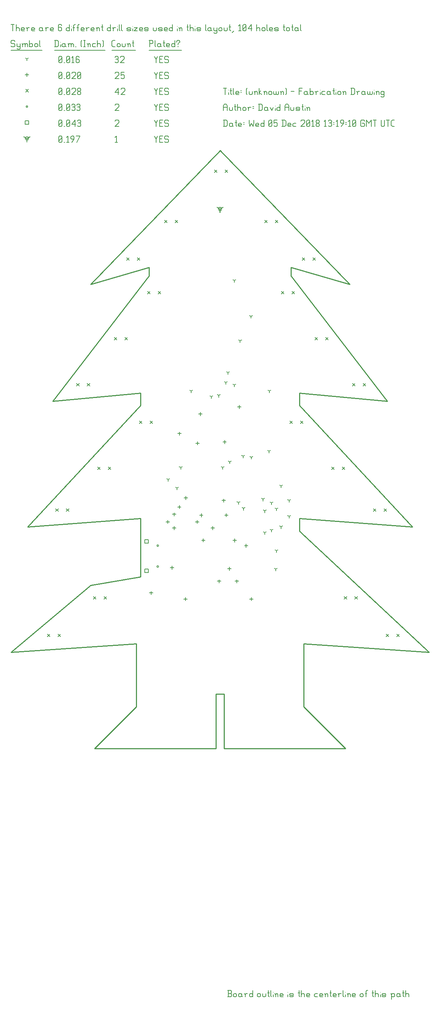
<source format=gbr>
G04 start of page 12 for group -3984 idx -3984 *
G04 Title: (unknown), fab *
G04 Creator: pcb 20140316 *
G04 CreationDate: Wed 05 Dec 2018 13:19:10 GMT UTC *
G04 For: david *
G04 Format: Gerber/RS-274X *
G04 PCB-Dimensions (mil): 5803.15 7874.02 *
G04 PCB-Coordinate-Origin: lower left *
%MOIN*%
%FSLAX25Y25*%
%LNFAB*%
%ADD100C,0.0100*%
%ADD99C,0.0075*%
%ADD98C,0.0060*%
%ADD97C,0.0001*%
%ADD96R,0.0080X0.0080*%
G54D96*X196850Y732283D02*Y729083D01*
G54D97*G36*
X196304Y732430D02*X199770Y734430D01*
X200170Y733737D01*
X196704Y731737D01*
X196304Y732430D01*
G37*
G36*
X196997Y731737D02*X193531Y733737D01*
X193930Y734430D01*
X197397Y732430D01*
X196997Y731737D01*
G37*
G54D96*X195250Y732283D02*G75*G03X198450Y732283I1600J0D01*G01*
G75*G03X195250Y732283I-1600J0D01*G01*
X15000Y798652D02*Y795452D01*
G54D97*G36*
X14454Y798798D02*X17920Y800798D01*
X18320Y800105D01*
X14853Y798105D01*
X14454Y798798D01*
G37*
G36*
X15147Y798105D02*X11680Y800105D01*
X12080Y800798D01*
X15546Y798798D01*
X15147Y798105D01*
G37*
G54D96*X13400Y798652D02*G75*G03X16600Y798652I1600J0D01*G01*
G75*G03X13400Y798652I-1600J0D01*G01*
G54D98*X135000Y800902D02*X136500Y797902D01*
X138000Y800902D01*
X136500Y797902D02*Y794902D01*
X139800Y798202D02*X142050D01*
X139800Y794902D02*X142800D01*
X139800Y800902D02*Y794902D01*
Y800902D02*X142800D01*
X147600D02*X148350Y800152D01*
X145350Y800902D02*X147600D01*
X144600Y800152D02*X145350Y800902D01*
X144600Y800152D02*Y798652D01*
X145350Y797902D01*
X147600D01*
X148350Y797152D01*
Y795652D01*
X147600Y794902D02*X148350Y795652D01*
X145350Y794902D02*X147600D01*
X144600Y795652D02*X145350Y794902D01*
X98000Y799702D02*X99200Y800902D01*
Y794902D01*
X98000D02*X100250D01*
X45000Y795652D02*X45750Y794902D01*
X45000Y800152D02*Y795652D01*
Y800152D02*X45750Y800902D01*
X47250D01*
X48000Y800152D01*
Y795652D01*
X47250Y794902D02*X48000Y795652D01*
X45750Y794902D02*X47250D01*
X45000Y796402D02*X48000Y799402D01*
X49800Y794902D02*X50550D01*
X52350Y799702D02*X53550Y800902D01*
Y794902D01*
X52350D02*X54600D01*
X57150D02*X59400Y797902D01*
Y800152D02*Y797902D01*
X58650Y800902D02*X59400Y800152D01*
X57150Y800902D02*X58650D01*
X56400Y800152D02*X57150Y800902D01*
X56400Y800152D02*Y798652D01*
X57150Y797902D01*
X59400D01*
X61950Y794902D02*X64950Y800902D01*
X61200D02*X64950D01*
X125960Y420891D02*X129160D01*
X125960D02*Y417691D01*
X129160D01*
Y420891D02*Y417691D01*
X125960Y393333D02*X129160D01*
X125960D02*Y390133D01*
X129160D01*
Y393333D02*Y390133D01*
X13400Y815252D02*X16600D01*
X13400D02*Y812052D01*
X16600D01*
Y815252D02*Y812052D01*
X135000Y815902D02*X136500Y812902D01*
X138000Y815902D01*
X136500Y812902D02*Y809902D01*
X139800Y813202D02*X142050D01*
X139800Y809902D02*X142800D01*
X139800Y815902D02*Y809902D01*
Y815902D02*X142800D01*
X147600D02*X148350Y815152D01*
X145350Y815902D02*X147600D01*
X144600Y815152D02*X145350Y815902D01*
X144600Y815152D02*Y813652D01*
X145350Y812902D01*
X147600D01*
X148350Y812152D01*
Y810652D01*
X147600Y809902D02*X148350Y810652D01*
X145350Y809902D02*X147600D01*
X144600Y810652D02*X145350Y809902D01*
X98000Y815152D02*X98750Y815902D01*
X101000D01*
X101750Y815152D01*
Y813652D01*
X98000Y809902D02*X101750Y813652D01*
X98000Y809902D02*X101750D01*
X45000Y810652D02*X45750Y809902D01*
X45000Y815152D02*Y810652D01*
Y815152D02*X45750Y815902D01*
X47250D01*
X48000Y815152D01*
Y810652D01*
X47250Y809902D02*X48000Y810652D01*
X45750Y809902D02*X47250D01*
X45000Y811402D02*X48000Y814402D01*
X49800Y809902D02*X50550D01*
X52350Y810652D02*X53100Y809902D01*
X52350Y815152D02*Y810652D01*
Y815152D02*X53100Y815902D01*
X54600D01*
X55350Y815152D01*
Y810652D01*
X54600Y809902D02*X55350Y810652D01*
X53100Y809902D02*X54600D01*
X52350Y811402D02*X55350Y814402D01*
X57150Y812152D02*X60150Y815902D01*
X57150Y812152D02*X60900D01*
X60150Y815902D02*Y809902D01*
X62700Y815152D02*X63450Y815902D01*
X64950D01*
X65700Y815152D01*
X64950Y809902D02*X65700Y810652D01*
X63450Y809902D02*X64950D01*
X62700Y810652D02*X63450Y809902D01*
Y813202D02*X64950D01*
X65700Y815152D02*Y813952D01*
Y812452D02*Y810652D01*
Y812452D02*X64950Y813202D01*
X65700Y813952D02*X64950Y813202D01*
X137389Y415354D02*G75*G03X138989Y415354I800J0D01*G01*
G75*G03X137389Y415354I-800J0D01*G01*
Y395670D02*G75*G03X138989Y395670I800J0D01*G01*
G75*G03X137389Y395670I-800J0D01*G01*
X14200Y828652D02*G75*G03X15800Y828652I800J0D01*G01*
G75*G03X14200Y828652I-800J0D01*G01*
X135000Y830902D02*X136500Y827902D01*
X138000Y830902D01*
X136500Y827902D02*Y824902D01*
X139800Y828202D02*X142050D01*
X139800Y824902D02*X142800D01*
X139800Y830902D02*Y824902D01*
Y830902D02*X142800D01*
X147600D02*X148350Y830152D01*
X145350Y830902D02*X147600D01*
X144600Y830152D02*X145350Y830902D01*
X144600Y830152D02*Y828652D01*
X145350Y827902D01*
X147600D01*
X148350Y827152D01*
Y825652D01*
X147600Y824902D02*X148350Y825652D01*
X145350Y824902D02*X147600D01*
X144600Y825652D02*X145350Y824902D01*
X98000Y830152D02*X98750Y830902D01*
X101000D01*
X101750Y830152D01*
Y828652D01*
X98000Y824902D02*X101750Y828652D01*
X98000Y824902D02*X101750D01*
X45000Y825652D02*X45750Y824902D01*
X45000Y830152D02*Y825652D01*
Y830152D02*X45750Y830902D01*
X47250D01*
X48000Y830152D01*
Y825652D01*
X47250Y824902D02*X48000Y825652D01*
X45750Y824902D02*X47250D01*
X45000Y826402D02*X48000Y829402D01*
X49800Y824902D02*X50550D01*
X52350Y825652D02*X53100Y824902D01*
X52350Y830152D02*Y825652D01*
Y830152D02*X53100Y830902D01*
X54600D01*
X55350Y830152D01*
Y825652D01*
X54600Y824902D02*X55350Y825652D01*
X53100Y824902D02*X54600D01*
X52350Y826402D02*X55350Y829402D01*
X57150Y830152D02*X57900Y830902D01*
X59400D01*
X60150Y830152D01*
X59400Y824902D02*X60150Y825652D01*
X57900Y824902D02*X59400D01*
X57150Y825652D02*X57900Y824902D01*
Y828202D02*X59400D01*
X60150Y830152D02*Y828952D01*
Y827452D02*Y825652D01*
Y827452D02*X59400Y828202D01*
X60150Y828952D02*X59400Y828202D01*
X61950Y830152D02*X62700Y830902D01*
X64200D01*
X64950Y830152D01*
X64200Y824902D02*X64950Y825652D01*
X62700Y824902D02*X64200D01*
X61950Y825652D02*X62700Y824902D01*
Y828202D02*X64200D01*
X64950Y830152D02*Y828952D01*
Y827452D02*Y825652D01*
Y827452D02*X64200Y828202D01*
X64950Y828952D02*X64200Y828202D01*
X353131Y331909D02*X355531Y329509D01*
X353131D02*X355531Y331909D01*
X363131D02*X365531Y329509D01*
X363131D02*X365531Y331909D01*
X313761Y367342D02*X316161Y364942D01*
X313761D02*X316161Y367342D01*
X323761D02*X326161Y364942D01*
X323761D02*X326161Y367342D01*
X34233Y331909D02*X36633Y329509D01*
X34233D02*X36633Y331909D01*
X44233D02*X46633Y329509D01*
X44233D02*X46633Y331909D01*
X77540Y367342D02*X79940Y364942D01*
X77540D02*X79940Y367342D01*
X87540D02*X89940Y364942D01*
X87540D02*X89940Y367342D01*
X42107Y450019D02*X44507Y447619D01*
X42107D02*X44507Y450019D01*
X52107D02*X54507Y447619D01*
X52107D02*X54507Y450019D01*
X341320D02*X343720Y447619D01*
X341320D02*X343720Y450019D01*
X351320D02*X353720Y447619D01*
X351320D02*X353720Y450019D01*
X301950Y489389D02*X304350Y486989D01*
X301950D02*X304350Y489389D01*
X311950D02*X314350Y486989D01*
X311950D02*X314350Y489389D01*
X262580Y532696D02*X264980Y530296D01*
X262580D02*X264980Y532696D01*
X272580D02*X274980Y530296D01*
X272580D02*X274980Y532696D01*
X81477Y489389D02*X83877Y486989D01*
X81477D02*X83877Y489389D01*
X91477D02*X93877Y486989D01*
X91477D02*X93877Y489389D01*
X120847Y532696D02*X123247Y530296D01*
X120847D02*X123247Y532696D01*
X130847D02*X133247Y530296D01*
X130847D02*X133247Y532696D01*
X61792Y568129D02*X64192Y565729D01*
X61792D02*X64192Y568129D01*
X71792D02*X74192Y565729D01*
X71792D02*X74192Y568129D01*
X321635D02*X324035Y565729D01*
X321635D02*X324035Y568129D01*
X331635D02*X334035Y565729D01*
X331635D02*X334035Y568129D01*
X286202Y611436D02*X288602Y609036D01*
X286202D02*X288602Y611436D01*
X296202D02*X298602Y609036D01*
X296202D02*X298602Y611436D01*
X254706Y654743D02*X257106Y652343D01*
X254706D02*X257106Y654743D01*
X264706D02*X267106Y652343D01*
X264706D02*X267106Y654743D01*
X97225Y611436D02*X99625Y609036D01*
X97225D02*X99625Y611436D01*
X107225D02*X109625Y609036D01*
X107225D02*X109625Y611436D01*
X128721Y654743D02*X131121Y652343D01*
X128721D02*X131121Y654743D01*
X138721D02*X141121Y652343D01*
X138721D02*X141121Y654743D01*
X109036Y686239D02*X111436Y683839D01*
X109036D02*X111436Y686239D01*
X119036D02*X121436Y683839D01*
X119036D02*X121436Y686239D01*
X274391D02*X276791Y683839D01*
X274391D02*X276791Y686239D01*
X284391D02*X286791Y683839D01*
X284391D02*X286791Y686239D01*
X238957Y721672D02*X241357Y719272D01*
X238957D02*X241357Y721672D01*
X248957D02*X251357Y719272D01*
X248957D02*X251357Y721672D01*
X191713Y768917D02*X194113Y766517D01*
X191713D02*X194113Y768917D01*
X201713D02*X204113Y766517D01*
X201713D02*X204113Y768917D01*
X144469Y721672D02*X146869Y719272D01*
X144469D02*X146869Y721672D01*
X154469D02*X156869Y719272D01*
X154469D02*X156869Y721672D01*
X13800Y844852D02*X16200Y842452D01*
X13800D02*X16200Y844852D01*
X135000Y845902D02*X136500Y842902D01*
X138000Y845902D01*
X136500Y842902D02*Y839902D01*
X139800Y843202D02*X142050D01*
X139800Y839902D02*X142800D01*
X139800Y845902D02*Y839902D01*
Y845902D02*X142800D01*
X147600D02*X148350Y845152D01*
X145350Y845902D02*X147600D01*
X144600Y845152D02*X145350Y845902D01*
X144600Y845152D02*Y843652D01*
X145350Y842902D01*
X147600D01*
X148350Y842152D01*
Y840652D01*
X147600Y839902D02*X148350Y840652D01*
X145350Y839902D02*X147600D01*
X144600Y840652D02*X145350Y839902D01*
X98000Y842152D02*X101000Y845902D01*
X98000Y842152D02*X101750D01*
X101000Y845902D02*Y839902D01*
X103550Y845152D02*X104300Y845902D01*
X106550D01*
X107300Y845152D01*
Y843652D01*
X103550Y839902D02*X107300Y843652D01*
X103550Y839902D02*X107300D01*
X45000Y840652D02*X45750Y839902D01*
X45000Y845152D02*Y840652D01*
Y845152D02*X45750Y845902D01*
X47250D01*
X48000Y845152D01*
Y840652D01*
X47250Y839902D02*X48000Y840652D01*
X45750Y839902D02*X47250D01*
X45000Y841402D02*X48000Y844402D01*
X49800Y839902D02*X50550D01*
X52350Y840652D02*X53100Y839902D01*
X52350Y845152D02*Y840652D01*
Y845152D02*X53100Y845902D01*
X54600D01*
X55350Y845152D01*
Y840652D01*
X54600Y839902D02*X55350Y840652D01*
X53100Y839902D02*X54600D01*
X52350Y841402D02*X55350Y844402D01*
X57150Y845152D02*X57900Y845902D01*
X60150D01*
X60900Y845152D01*
Y843652D01*
X57150Y839902D02*X60900Y843652D01*
X57150Y839902D02*X60900D01*
X62700Y840652D02*X63450Y839902D01*
X62700Y841852D02*Y840652D01*
Y841852D02*X63750Y842902D01*
X64650D01*
X65700Y841852D01*
Y840652D01*
X64950Y839902D02*X65700Y840652D01*
X63450Y839902D02*X64950D01*
X62700Y843952D02*X63750Y842902D01*
X62700Y845152D02*Y843952D01*
Y845152D02*X63450Y845902D01*
X64950D01*
X65700Y845152D01*
Y843952D01*
X64650Y842902D02*X65700Y843952D01*
X202756Y445694D02*Y442494D01*
X201156Y444094D02*X204356D01*
X147638Y439395D02*Y436195D01*
X146038Y437795D02*X149238D01*
X175197Y439395D02*Y436195D01*
X173597Y437795D02*X176797D01*
X200394Y459474D02*Y456274D01*
X198794Y457874D02*X201994D01*
X181102Y422072D02*Y418872D01*
X179502Y420472D02*X182702D01*
X164567Y461836D02*Y458636D01*
X162967Y460236D02*X166167D01*
X175591Y513411D02*Y510211D01*
X173991Y511811D02*X177191D01*
X178346Y540970D02*Y537770D01*
X176746Y539370D02*X179946D01*
X214961Y547663D02*Y544463D01*
X213361Y546063D02*X216561D01*
X131890Y372466D02*Y369266D01*
X130290Y370866D02*X133490D01*
X158661Y522466D02*Y519266D01*
X157061Y520866D02*X160261D01*
X201181Y514592D02*Y511392D01*
X199581Y512992D02*X202781D01*
X164370Y366757D02*Y363557D01*
X162770Y365157D02*X165970D01*
X226378Y366757D02*Y363557D01*
X224778Y365157D02*X227978D01*
X151575Y396285D02*Y393085D01*
X149975Y394685D02*X153175D01*
X153543Y433687D02*Y430487D01*
X151943Y432087D02*X155143D01*
X153543Y446482D02*Y443282D01*
X151943Y444882D02*X155143D01*
X158465Y453372D02*Y450172D01*
X156865Y451772D02*X160065D01*
X179134Y445498D02*Y442298D01*
X177534Y443898D02*X180734D01*
X189961Y433687D02*Y430487D01*
X188361Y432087D02*X191561D01*
X210630Y421876D02*Y418676D01*
X209030Y420276D02*X212230D01*
X221457Y416954D02*Y413754D01*
X219857Y415354D02*X223057D01*
X195866Y383490D02*Y380290D01*
X194266Y381890D02*X197466D01*
X205709Y395301D02*Y392101D01*
X204109Y393701D02*X207309D01*
X212598Y383490D02*Y380290D01*
X210998Y381890D02*X214198D01*
X15000Y860252D02*Y857052D01*
X13400Y858652D02*X16600D01*
X135000Y860902D02*X136500Y857902D01*
X138000Y860902D01*
X136500Y857902D02*Y854902D01*
X139800Y858202D02*X142050D01*
X139800Y854902D02*X142800D01*
X139800Y860902D02*Y854902D01*
Y860902D02*X142800D01*
X147600D02*X148350Y860152D01*
X145350Y860902D02*X147600D01*
X144600Y860152D02*X145350Y860902D01*
X144600Y860152D02*Y858652D01*
X145350Y857902D01*
X147600D01*
X148350Y857152D01*
Y855652D01*
X147600Y854902D02*X148350Y855652D01*
X145350Y854902D02*X147600D01*
X144600Y855652D02*X145350Y854902D01*
X98000Y860152D02*X98750Y860902D01*
X101000D01*
X101750Y860152D01*
Y858652D01*
X98000Y854902D02*X101750Y858652D01*
X98000Y854902D02*X101750D01*
X103550Y860902D02*X106550D01*
X103550D02*Y857902D01*
X104300Y858652D01*
X105800D01*
X106550Y857902D01*
Y855652D01*
X105800Y854902D02*X106550Y855652D01*
X104300Y854902D02*X105800D01*
X103550Y855652D02*X104300Y854902D01*
X45000Y855652D02*X45750Y854902D01*
X45000Y860152D02*Y855652D01*
Y860152D02*X45750Y860902D01*
X47250D01*
X48000Y860152D01*
Y855652D01*
X47250Y854902D02*X48000Y855652D01*
X45750Y854902D02*X47250D01*
X45000Y856402D02*X48000Y859402D01*
X49800Y854902D02*X50550D01*
X52350Y855652D02*X53100Y854902D01*
X52350Y860152D02*Y855652D01*
Y860152D02*X53100Y860902D01*
X54600D01*
X55350Y860152D01*
Y855652D01*
X54600Y854902D02*X55350Y855652D01*
X53100Y854902D02*X54600D01*
X52350Y856402D02*X55350Y859402D01*
X57150Y860152D02*X57900Y860902D01*
X60150D01*
X60900Y860152D01*
Y858652D01*
X57150Y854902D02*X60900Y858652D01*
X57150Y854902D02*X60900D01*
X62700Y855652D02*X63450Y854902D01*
X62700Y860152D02*Y855652D01*
Y860152D02*X63450Y860902D01*
X64950D01*
X65700Y860152D01*
Y855652D01*
X64950Y854902D02*X65700Y855652D01*
X63450Y854902D02*X64950D01*
X62700Y856402D02*X65700Y859402D01*
X199213Y488976D02*Y487376D01*
Y488976D02*X200599Y489776D01*
X199213Y488976D02*X197826Y489776D01*
X159843Y488976D02*Y487376D01*
Y488976D02*X161229Y489776D01*
X159843Y488976D02*X158456Y489776D01*
X148031Y477559D02*Y475959D01*
Y477559D02*X149418Y478359D01*
X148031Y477559D02*X146645Y478359D01*
X214173Y455906D02*Y454306D01*
Y455906D02*X215560Y456706D01*
X214173Y455906D02*X212787Y456706D01*
X156299Y469685D02*Y468085D01*
Y469685D02*X157686Y470485D01*
X156299Y469685D02*X154913Y470485D01*
X218898Y450394D02*Y448794D01*
Y450394D02*X220284Y451194D01*
X218898Y450394D02*X217511Y451194D01*
X238976Y427559D02*Y425959D01*
Y427559D02*X240363Y428359D01*
X238976Y427559D02*X237590Y428359D01*
X238976Y448031D02*Y446431D01*
Y448031D02*X240363Y448831D01*
X238976Y448031D02*X237590Y448831D01*
X245276Y429921D02*Y428321D01*
Y429921D02*X246662Y430721D01*
X245276Y429921D02*X243889Y430721D01*
X245276Y455512D02*Y453912D01*
Y455512D02*X246662Y456312D01*
X245276Y455512D02*X243889Y456312D01*
X254331Y433071D02*Y431471D01*
Y433071D02*X255717Y433871D01*
X254331Y433071D02*X252944Y433871D01*
X261811Y442913D02*Y441313D01*
Y442913D02*X263198Y443713D01*
X261811Y442913D02*X260424Y443713D01*
X261811Y457874D02*Y456274D01*
Y457874D02*X263198Y458674D01*
X261811Y457874D02*X260424Y458674D01*
X250000Y450000D02*Y448400D01*
Y450000D02*X251387Y450800D01*
X250000Y450000D02*X248613Y450800D01*
X250000Y410630D02*Y409030D01*
Y410630D02*X251387Y411430D01*
X250000Y410630D02*X248613Y411430D01*
X249213Y393307D02*Y391707D01*
Y393307D02*X250599Y394107D01*
X249213Y393307D02*X247826Y394107D01*
X237402Y459055D02*Y457455D01*
Y459055D02*X238788Y459855D01*
X237402Y459055D02*X236015Y459855D01*
X169685Y561024D02*Y559424D01*
Y561024D02*X171072Y561824D01*
X169685Y561024D02*X168298Y561824D01*
X243307Y561024D02*Y559424D01*
Y561024D02*X244694Y561824D01*
X243307Y561024D02*X241920Y561824D01*
X205906Y494094D02*Y492494D01*
Y494094D02*X207292Y494894D01*
X205906Y494094D02*X204519Y494894D01*
X242913Y504331D02*Y502731D01*
Y504331D02*X244300Y505131D01*
X242913Y504331D02*X241527Y505131D01*
X218504Y499606D02*Y498006D01*
Y499606D02*X219891Y500406D01*
X218504Y499606D02*X217117Y500406D01*
X188583Y555512D02*Y553912D01*
Y555512D02*X189969Y556312D01*
X188583Y555512D02*X187196Y556312D01*
X195669Y556693D02*Y555093D01*
Y556693D02*X197056Y557493D01*
X195669Y556693D02*X194283Y557493D01*
X226378Y498425D02*Y496825D01*
Y498425D02*X227765Y499225D01*
X226378Y498425D02*X224991Y499225D01*
X204331Y578346D02*Y576746D01*
Y578346D02*X205717Y579146D01*
X204331Y578346D02*X202944Y579146D01*
X210236Y664961D02*Y663361D01*
Y664961D02*X211623Y665761D01*
X210236Y664961D02*X208850Y665761D01*
X210236Y566535D02*Y564935D01*
Y566535D02*X211623Y567335D01*
X210236Y566535D02*X208850Y567335D01*
X225984Y631102D02*Y629502D01*
Y631102D02*X227371Y631902D01*
X225984Y631102D02*X224598Y631902D01*
X202362Y568898D02*Y567298D01*
Y568898D02*X203749Y569698D01*
X202362Y568898D02*X200976Y569698D01*
X215748Y608268D02*Y606668D01*
Y608268D02*X217135Y609068D01*
X215748Y608268D02*X214361Y609068D01*
X254331Y471654D02*Y470054D01*
Y471654D02*X255717Y472454D01*
X254331Y471654D02*X252944Y472454D01*
X15000Y873652D02*Y872052D01*
Y873652D02*X16387Y874452D01*
X15000Y873652D02*X13613Y874452D01*
X135000Y875902D02*X136500Y872902D01*
X138000Y875902D01*
X136500Y872902D02*Y869902D01*
X139800Y873202D02*X142050D01*
X139800Y869902D02*X142800D01*
X139800Y875902D02*Y869902D01*
Y875902D02*X142800D01*
X147600D02*X148350Y875152D01*
X145350Y875902D02*X147600D01*
X144600Y875152D02*X145350Y875902D01*
X144600Y875152D02*Y873652D01*
X145350Y872902D01*
X147600D01*
X148350Y872152D01*
Y870652D01*
X147600Y869902D02*X148350Y870652D01*
X145350Y869902D02*X147600D01*
X144600Y870652D02*X145350Y869902D01*
X98000Y875152D02*X98750Y875902D01*
X100250D01*
X101000Y875152D01*
X100250Y869902D02*X101000Y870652D01*
X98750Y869902D02*X100250D01*
X98000Y870652D02*X98750Y869902D01*
Y873202D02*X100250D01*
X101000Y875152D02*Y873952D01*
Y872452D02*Y870652D01*
Y872452D02*X100250Y873202D01*
X101000Y873952D02*X100250Y873202D01*
X102800Y875152D02*X103550Y875902D01*
X105800D01*
X106550Y875152D01*
Y873652D01*
X102800Y869902D02*X106550Y873652D01*
X102800Y869902D02*X106550D01*
X45000Y870652D02*X45750Y869902D01*
X45000Y875152D02*Y870652D01*
Y875152D02*X45750Y875902D01*
X47250D01*
X48000Y875152D01*
Y870652D01*
X47250Y869902D02*X48000Y870652D01*
X45750Y869902D02*X47250D01*
X45000Y871402D02*X48000Y874402D01*
X49800Y869902D02*X50550D01*
X52350Y870652D02*X53100Y869902D01*
X52350Y875152D02*Y870652D01*
Y875152D02*X53100Y875902D01*
X54600D01*
X55350Y875152D01*
Y870652D01*
X54600Y869902D02*X55350Y870652D01*
X53100Y869902D02*X54600D01*
X52350Y871402D02*X55350Y874402D01*
X57150Y874702D02*X58350Y875902D01*
Y869902D01*
X57150D02*X59400D01*
X63450Y875902D02*X64200Y875152D01*
X61950Y875902D02*X63450D01*
X61200Y875152D02*X61950Y875902D01*
X61200Y875152D02*Y870652D01*
X61950Y869902D01*
X63450Y873202D02*X64200Y872452D01*
X61200Y873202D02*X63450D01*
X61950Y869902D02*X63450D01*
X64200Y870652D01*
Y872452D02*Y870652D01*
X3000Y890902D02*X3750Y890152D01*
X750Y890902D02*X3000D01*
X0Y890152D02*X750Y890902D01*
X0Y890152D02*Y888652D01*
X750Y887902D01*
X3000D01*
X3750Y887152D01*
Y885652D01*
X3000Y884902D02*X3750Y885652D01*
X750Y884902D02*X3000D01*
X0Y885652D02*X750Y884902D01*
X5550Y887902D02*Y885652D01*
X6300Y884902D01*
X8550Y887902D02*Y883402D01*
X7800Y882652D02*X8550Y883402D01*
X6300Y882652D02*X7800D01*
X5550Y883402D02*X6300Y882652D01*
Y884902D02*X7800D01*
X8550Y885652D01*
X11100Y887152D02*Y884902D01*
Y887152D02*X11850Y887902D01*
X12600D01*
X13350Y887152D01*
Y884902D01*
Y887152D02*X14100Y887902D01*
X14850D01*
X15600Y887152D01*
Y884902D01*
X10350Y887902D02*X11100Y887152D01*
X17400Y890902D02*Y884902D01*
Y885652D02*X18150Y884902D01*
X19650D01*
X20400Y885652D01*
Y887152D02*Y885652D01*
X19650Y887902D02*X20400Y887152D01*
X18150Y887902D02*X19650D01*
X17400Y887152D02*X18150Y887902D01*
X22200Y887152D02*Y885652D01*
Y887152D02*X22950Y887902D01*
X24450D01*
X25200Y887152D01*
Y885652D01*
X24450Y884902D02*X25200Y885652D01*
X22950Y884902D02*X24450D01*
X22200Y885652D02*X22950Y884902D01*
X27000Y890902D02*Y885652D01*
X27750Y884902D01*
X0Y881652D02*X29250D01*
X41750Y890902D02*Y884902D01*
X43700Y890902D02*X44750Y889852D01*
Y885952D01*
X43700Y884902D02*X44750Y885952D01*
X41000Y884902D02*X43700D01*
X41000Y890902D02*X43700D01*
G54D99*X46550Y889402D02*Y889252D01*
G54D98*Y887152D02*Y884902D01*
X50300Y887902D02*X51050Y887152D01*
X48800Y887902D02*X50300D01*
X48050Y887152D02*X48800Y887902D01*
X48050Y887152D02*Y885652D01*
X48800Y884902D01*
X51050Y887902D02*Y885652D01*
X51800Y884902D01*
X48800D02*X50300D01*
X51050Y885652D01*
X54350Y887152D02*Y884902D01*
Y887152D02*X55100Y887902D01*
X55850D01*
X56600Y887152D01*
Y884902D01*
Y887152D02*X57350Y887902D01*
X58100D01*
X58850Y887152D01*
Y884902D01*
X53600Y887902D02*X54350Y887152D01*
X60650Y884902D02*X61400D01*
X65900Y885652D02*X66650Y884902D01*
X65900Y890152D02*X66650Y890902D01*
X65900Y890152D02*Y885652D01*
X68450Y890902D02*X69950D01*
X69200D02*Y884902D01*
X68450D02*X69950D01*
X72500Y887152D02*Y884902D01*
Y887152D02*X73250Y887902D01*
X74000D01*
X74750Y887152D01*
Y884902D01*
X71750Y887902D02*X72500Y887152D01*
X77300Y887902D02*X79550D01*
X76550Y887152D02*X77300Y887902D01*
X76550Y887152D02*Y885652D01*
X77300Y884902D01*
X79550D01*
X81350Y890902D02*Y884902D01*
Y887152D02*X82100Y887902D01*
X83600D01*
X84350Y887152D01*
Y884902D01*
X86150Y890902D02*X86900Y890152D01*
Y885652D01*
X86150Y884902D02*X86900Y885652D01*
X41000Y881652D02*X88700D01*
X96050Y884902D02*X98000D01*
X95000Y885952D02*X96050Y884902D01*
X95000Y889852D02*Y885952D01*
Y889852D02*X96050Y890902D01*
X98000D01*
X99800Y887152D02*Y885652D01*
Y887152D02*X100550Y887902D01*
X102050D01*
X102800Y887152D01*
Y885652D01*
X102050Y884902D02*X102800Y885652D01*
X100550Y884902D02*X102050D01*
X99800Y885652D02*X100550Y884902D01*
X104600Y887902D02*Y885652D01*
X105350Y884902D01*
X106850D01*
X107600Y885652D01*
Y887902D02*Y885652D01*
X110150Y887152D02*Y884902D01*
Y887152D02*X110900Y887902D01*
X111650D01*
X112400Y887152D01*
Y884902D01*
X109400Y887902D02*X110150Y887152D01*
X114950Y890902D02*Y885652D01*
X115700Y884902D01*
X114200Y888652D02*X115700D01*
X95000Y881652D02*X117200D01*
X130750Y890902D02*Y884902D01*
X130000Y890902D02*X133000D01*
X133750Y890152D01*
Y888652D01*
X133000Y887902D02*X133750Y888652D01*
X130750Y887902D02*X133000D01*
X135550Y890902D02*Y885652D01*
X136300Y884902D01*
X140050Y887902D02*X140800Y887152D01*
X138550Y887902D02*X140050D01*
X137800Y887152D02*X138550Y887902D01*
X137800Y887152D02*Y885652D01*
X138550Y884902D01*
X140800Y887902D02*Y885652D01*
X141550Y884902D01*
X138550D02*X140050D01*
X140800Y885652D01*
X144100Y890902D02*Y885652D01*
X144850Y884902D01*
X143350Y888652D02*X144850D01*
X147100Y884902D02*X149350D01*
X146350Y885652D02*X147100Y884902D01*
X146350Y887152D02*Y885652D01*
Y887152D02*X147100Y887902D01*
X148600D01*
X149350Y887152D01*
X146350Y886402D02*X149350D01*
Y887152D02*Y886402D01*
X154150Y890902D02*Y884902D01*
X153400D02*X154150Y885652D01*
X151900Y884902D02*X153400D01*
X151150Y885652D02*X151900Y884902D01*
X151150Y887152D02*Y885652D01*
Y887152D02*X151900Y887902D01*
X153400D01*
X154150Y887152D01*
X157450Y887902D02*Y887152D01*
Y885652D02*Y884902D01*
X155950Y890152D02*Y889402D01*
Y890152D02*X156700Y890902D01*
X158200D01*
X158950Y890152D01*
Y889402D01*
X157450Y887902D02*X158950Y889402D01*
X130000Y881652D02*X160750D01*
X0Y905902D02*X3000D01*
X1500D02*Y899902D01*
X4800Y905902D02*Y899902D01*
Y902152D02*X5550Y902902D01*
X7050D01*
X7800Y902152D01*
Y899902D01*
X10350D02*X12600D01*
X9600Y900652D02*X10350Y899902D01*
X9600Y902152D02*Y900652D01*
Y902152D02*X10350Y902902D01*
X11850D01*
X12600Y902152D01*
X9600Y901402D02*X12600D01*
Y902152D02*Y901402D01*
X15150Y902152D02*Y899902D01*
Y902152D02*X15900Y902902D01*
X17400D01*
X14400D02*X15150Y902152D01*
X19950Y899902D02*X22200D01*
X19200Y900652D02*X19950Y899902D01*
X19200Y902152D02*Y900652D01*
Y902152D02*X19950Y902902D01*
X21450D01*
X22200Y902152D01*
X19200Y901402D02*X22200D01*
Y902152D02*Y901402D01*
X28950Y902902D02*X29700Y902152D01*
X27450Y902902D02*X28950D01*
X26700Y902152D02*X27450Y902902D01*
X26700Y902152D02*Y900652D01*
X27450Y899902D01*
X29700Y902902D02*Y900652D01*
X30450Y899902D01*
X27450D02*X28950D01*
X29700Y900652D01*
X33000Y902152D02*Y899902D01*
Y902152D02*X33750Y902902D01*
X35250D01*
X32250D02*X33000Y902152D01*
X37800Y899902D02*X40050D01*
X37050Y900652D02*X37800Y899902D01*
X37050Y902152D02*Y900652D01*
Y902152D02*X37800Y902902D01*
X39300D01*
X40050Y902152D01*
X37050Y901402D02*X40050D01*
Y902152D02*Y901402D01*
X46800Y905902D02*X47550Y905152D01*
X45300Y905902D02*X46800D01*
X44550Y905152D02*X45300Y905902D01*
X44550Y905152D02*Y900652D01*
X45300Y899902D01*
X46800Y903202D02*X47550Y902452D01*
X44550Y903202D02*X46800D01*
X45300Y899902D02*X46800D01*
X47550Y900652D01*
Y902452D02*Y900652D01*
X55050Y905902D02*Y899902D01*
X54300D02*X55050Y900652D01*
X52800Y899902D02*X54300D01*
X52050Y900652D02*X52800Y899902D01*
X52050Y902152D02*Y900652D01*
Y902152D02*X52800Y902902D01*
X54300D01*
X55050Y902152D01*
G54D99*X56850Y904402D02*Y904252D01*
G54D98*Y902152D02*Y899902D01*
X59100Y905152D02*Y899902D01*
Y905152D02*X59850Y905902D01*
X60600D01*
X58350Y902902D02*X59850D01*
X62850Y905152D02*Y899902D01*
Y905152D02*X63600Y905902D01*
X64350D01*
X62100Y902902D02*X63600D01*
X66600Y899902D02*X68850D01*
X65850Y900652D02*X66600Y899902D01*
X65850Y902152D02*Y900652D01*
Y902152D02*X66600Y902902D01*
X68100D01*
X68850Y902152D01*
X65850Y901402D02*X68850D01*
Y902152D02*Y901402D01*
X71400Y902152D02*Y899902D01*
Y902152D02*X72150Y902902D01*
X73650D01*
X70650D02*X71400Y902152D01*
X76200Y899902D02*X78450D01*
X75450Y900652D02*X76200Y899902D01*
X75450Y902152D02*Y900652D01*
Y902152D02*X76200Y902902D01*
X77700D01*
X78450Y902152D01*
X75450Y901402D02*X78450D01*
Y902152D02*Y901402D01*
X81000Y902152D02*Y899902D01*
Y902152D02*X81750Y902902D01*
X82500D01*
X83250Y902152D01*
Y899902D01*
X80250Y902902D02*X81000Y902152D01*
X85800Y905902D02*Y900652D01*
X86550Y899902D01*
X85050Y903652D02*X86550D01*
X93750Y905902D02*Y899902D01*
X93000D02*X93750Y900652D01*
X91500Y899902D02*X93000D01*
X90750Y900652D02*X91500Y899902D01*
X90750Y902152D02*Y900652D01*
Y902152D02*X91500Y902902D01*
X93000D01*
X93750Y902152D01*
X96300D02*Y899902D01*
Y902152D02*X97050Y902902D01*
X98550D01*
X95550D02*X96300Y902152D01*
G54D99*X100350Y904402D02*Y904252D01*
G54D98*Y902152D02*Y899902D01*
X101850Y905902D02*Y900652D01*
X102600Y899902D01*
X104100Y905902D02*Y900652D01*
X104850Y899902D01*
X109800D02*X112050D01*
X112800Y900652D01*
X112050Y901402D02*X112800Y900652D01*
X109800Y901402D02*X112050D01*
X109050Y902152D02*X109800Y901402D01*
X109050Y902152D02*X109800Y902902D01*
X112050D01*
X112800Y902152D01*
X109050Y900652D02*X109800Y899902D01*
G54D99*X114600Y904402D02*Y904252D01*
G54D98*Y902152D02*Y899902D01*
X116100Y902902D02*X119100D01*
X116100Y899902D02*X119100Y902902D01*
X116100Y899902D02*X119100D01*
X121650D02*X123900D01*
X120900Y900652D02*X121650Y899902D01*
X120900Y902152D02*Y900652D01*
Y902152D02*X121650Y902902D01*
X123150D01*
X123900Y902152D01*
X120900Y901402D02*X123900D01*
Y902152D02*Y901402D01*
X126450Y899902D02*X128700D01*
X129450Y900652D01*
X128700Y901402D02*X129450Y900652D01*
X126450Y901402D02*X128700D01*
X125700Y902152D02*X126450Y901402D01*
X125700Y902152D02*X126450Y902902D01*
X128700D01*
X129450Y902152D01*
X125700Y900652D02*X126450Y899902D01*
X133950Y902902D02*Y900652D01*
X134700Y899902D01*
X136200D01*
X136950Y900652D01*
Y902902D02*Y900652D01*
X139500Y899902D02*X141750D01*
X142500Y900652D01*
X141750Y901402D02*X142500Y900652D01*
X139500Y901402D02*X141750D01*
X138750Y902152D02*X139500Y901402D01*
X138750Y902152D02*X139500Y902902D01*
X141750D01*
X142500Y902152D01*
X138750Y900652D02*X139500Y899902D01*
X145050D02*X147300D01*
X144300Y900652D02*X145050Y899902D01*
X144300Y902152D02*Y900652D01*
Y902152D02*X145050Y902902D01*
X146550D01*
X147300Y902152D01*
X144300Y901402D02*X147300D01*
Y902152D02*Y901402D01*
X152100Y905902D02*Y899902D01*
X151350D02*X152100Y900652D01*
X149850Y899902D02*X151350D01*
X149100Y900652D02*X149850Y899902D01*
X149100Y902152D02*Y900652D01*
Y902152D02*X149850Y902902D01*
X151350D01*
X152100Y902152D01*
G54D99*X156600Y904402D02*Y904252D01*
G54D98*Y902152D02*Y899902D01*
X158850Y902152D02*Y899902D01*
Y902152D02*X159600Y902902D01*
X160350D01*
X161100Y902152D01*
Y899902D01*
X158100Y902902D02*X158850Y902152D01*
X166350Y905902D02*Y900652D01*
X167100Y899902D01*
X165600Y903652D02*X167100D01*
X168600Y905902D02*Y899902D01*
Y902152D02*X169350Y902902D01*
X170850D01*
X171600Y902152D01*
Y899902D01*
G54D99*X173400Y904402D02*Y904252D01*
G54D98*Y902152D02*Y899902D01*
X175650D02*X177900D01*
X178650Y900652D01*
X177900Y901402D02*X178650Y900652D01*
X175650Y901402D02*X177900D01*
X174900Y902152D02*X175650Y901402D01*
X174900Y902152D02*X175650Y902902D01*
X177900D01*
X178650Y902152D01*
X174900Y900652D02*X175650Y899902D01*
X183150Y905902D02*Y900652D01*
X183900Y899902D01*
X187650Y902902D02*X188400Y902152D01*
X186150Y902902D02*X187650D01*
X185400Y902152D02*X186150Y902902D01*
X185400Y902152D02*Y900652D01*
X186150Y899902D01*
X188400Y902902D02*Y900652D01*
X189150Y899902D01*
X186150D02*X187650D01*
X188400Y900652D01*
X190950Y902902D02*Y900652D01*
X191700Y899902D01*
X193950Y902902D02*Y898402D01*
X193200Y897652D02*X193950Y898402D01*
X191700Y897652D02*X193200D01*
X190950Y898402D02*X191700Y897652D01*
Y899902D02*X193200D01*
X193950Y900652D01*
X195750Y902152D02*Y900652D01*
Y902152D02*X196500Y902902D01*
X198000D01*
X198750Y902152D01*
Y900652D01*
X198000Y899902D02*X198750Y900652D01*
X196500Y899902D02*X198000D01*
X195750Y900652D02*X196500Y899902D01*
X200550Y902902D02*Y900652D01*
X201300Y899902D01*
X202800D01*
X203550Y900652D01*
Y902902D02*Y900652D01*
X206100Y905902D02*Y900652D01*
X206850Y899902D01*
X205350Y903652D02*X206850D01*
X208350Y898402D02*X209850Y899902D01*
X214350Y904702D02*X215550Y905902D01*
Y899902D01*
X214350D02*X216600D01*
X218400Y900652D02*X219150Y899902D01*
X218400Y905152D02*Y900652D01*
Y905152D02*X219150Y905902D01*
X220650D01*
X221400Y905152D01*
Y900652D01*
X220650Y899902D02*X221400Y900652D01*
X219150Y899902D02*X220650D01*
X218400Y901402D02*X221400Y904402D01*
X223200Y902152D02*X226200Y905902D01*
X223200Y902152D02*X226950D01*
X226200Y905902D02*Y899902D01*
X231450Y905902D02*Y899902D01*
Y902152D02*X232200Y902902D01*
X233700D01*
X234450Y902152D01*
Y899902D01*
X236250Y902152D02*Y900652D01*
Y902152D02*X237000Y902902D01*
X238500D01*
X239250Y902152D01*
Y900652D01*
X238500Y899902D02*X239250Y900652D01*
X237000Y899902D02*X238500D01*
X236250Y900652D02*X237000Y899902D01*
X241050Y905902D02*Y900652D01*
X241800Y899902D01*
X244050D02*X246300D01*
X243300Y900652D02*X244050Y899902D01*
X243300Y902152D02*Y900652D01*
Y902152D02*X244050Y902902D01*
X245550D01*
X246300Y902152D01*
X243300Y901402D02*X246300D01*
Y902152D02*Y901402D01*
X248850Y899902D02*X251100D01*
X251850Y900652D01*
X251100Y901402D02*X251850Y900652D01*
X248850Y901402D02*X251100D01*
X248100Y902152D02*X248850Y901402D01*
X248100Y902152D02*X248850Y902902D01*
X251100D01*
X251850Y902152D01*
X248100Y900652D02*X248850Y899902D01*
X257100Y905902D02*Y900652D01*
X257850Y899902D01*
X256350Y903652D02*X257850D01*
X259350Y902152D02*Y900652D01*
Y902152D02*X260100Y902902D01*
X261600D01*
X262350Y902152D01*
Y900652D01*
X261600Y899902D02*X262350Y900652D01*
X260100Y899902D02*X261600D01*
X259350Y900652D02*X260100Y899902D01*
X264900Y905902D02*Y900652D01*
X265650Y899902D01*
X264150Y903652D02*X265650D01*
X269400Y902902D02*X270150Y902152D01*
X267900Y902902D02*X269400D01*
X267150Y902152D02*X267900Y902902D01*
X267150Y902152D02*Y900652D01*
X267900Y899902D01*
X270150Y902902D02*Y900652D01*
X270900Y899902D01*
X267900D02*X269400D01*
X270150Y900652D01*
X272700Y905902D02*Y900652D01*
X273450Y899902D01*
G54D100*X196850Y787402D02*X74803Y661417D01*
X129921Y669291D02*X39370Y551181D01*
X122047Y559055D01*
Y547244D02*X15748Y433071D01*
X0Y314961D02*X118110Y322835D01*
X15748Y433071D02*X122047Y440945D01*
X74803Y661417D02*X129921Y677165D01*
Y669291D01*
X122047Y559055D02*Y547244D01*
Y440945D02*Y429134D01*
X196850Y787402D02*X318898Y661417D01*
X263780Y669291D02*X354331Y551181D01*
X271654Y559055D01*
Y547244D02*X377953Y433071D01*
X393701Y314961D02*X275591Y322835D01*
X271654Y429134D02*X393701Y314961D01*
X377953Y433071D02*X271654Y440945D01*
X318898Y661417D02*X263780Y677165D01*
Y669291D01*
X271654Y559055D02*Y547244D01*
Y440945D02*Y429134D01*
X74803Y377953D02*X0Y314961D01*
X74803Y377953D02*X122047Y385827D01*
Y433071D01*
X118110Y322835D02*Y263780D01*
X275591D02*Y322835D01*
X192913Y224409D02*Y275591D01*
X200787D01*
Y224409D01*
X314961D01*
X192913D02*X78740D01*
X118110Y263780D01*
X314961Y224409D02*X275591Y263780D01*
G54D98*X203832Y-9500D02*X206832D01*
X207582Y-8750D01*
Y-6950D02*Y-8750D01*
X206832Y-6200D02*X207582Y-6950D01*
X204582Y-6200D02*X206832D01*
X204582Y-3500D02*Y-9500D01*
X203832Y-3500D02*X206832D01*
X207582Y-4250D01*
Y-5450D01*
X206832Y-6200D02*X207582Y-5450D01*
X209382Y-7250D02*Y-8750D01*
Y-7250D02*X210132Y-6500D01*
X211632D01*
X212382Y-7250D01*
Y-8750D01*
X211632Y-9500D02*X212382Y-8750D01*
X210132Y-9500D02*X211632D01*
X209382Y-8750D02*X210132Y-9500D01*
X216432Y-6500D02*X217182Y-7250D01*
X214932Y-6500D02*X216432D01*
X214182Y-7250D02*X214932Y-6500D01*
X214182Y-7250D02*Y-8750D01*
X214932Y-9500D01*
X217182Y-6500D02*Y-8750D01*
X217932Y-9500D01*
X214932D02*X216432D01*
X217182Y-8750D01*
X220482Y-7250D02*Y-9500D01*
Y-7250D02*X221232Y-6500D01*
X222732D01*
X219732D02*X220482Y-7250D01*
X227532Y-3500D02*Y-9500D01*
X226782D02*X227532Y-8750D01*
X225282Y-9500D02*X226782D01*
X224532Y-8750D02*X225282Y-9500D01*
X224532Y-7250D02*Y-8750D01*
Y-7250D02*X225282Y-6500D01*
X226782D01*
X227532Y-7250D01*
X232032D02*Y-8750D01*
Y-7250D02*X232782Y-6500D01*
X234282D01*
X235032Y-7250D01*
Y-8750D01*
X234282Y-9500D02*X235032Y-8750D01*
X232782Y-9500D02*X234282D01*
X232032Y-8750D02*X232782Y-9500D01*
X236832Y-6500D02*Y-8750D01*
X237582Y-9500D01*
X239082D01*
X239832Y-8750D01*
Y-6500D02*Y-8750D01*
X242382Y-3500D02*Y-8750D01*
X243132Y-9500D01*
X241632Y-5750D02*X243132D01*
X244632Y-3500D02*Y-8750D01*
X245382Y-9500D01*
G54D99*X246882Y-5000D02*Y-5150D01*
G54D98*Y-7250D02*Y-9500D01*
X249132Y-7250D02*Y-9500D01*
Y-7250D02*X249882Y-6500D01*
X250632D01*
X251382Y-7250D01*
Y-9500D01*
X248382Y-6500D02*X249132Y-7250D01*
X253932Y-9500D02*X256182D01*
X253182Y-8750D02*X253932Y-9500D01*
X253182Y-7250D02*Y-8750D01*
Y-7250D02*X253932Y-6500D01*
X255432D01*
X256182Y-7250D01*
X253182Y-8000D02*X256182D01*
Y-7250D02*Y-8000D01*
G54D99*X260682Y-5000D02*Y-5150D01*
G54D98*Y-7250D02*Y-9500D01*
X262932D02*X265182D01*
X265932Y-8750D01*
X265182Y-8000D02*X265932Y-8750D01*
X262932Y-8000D02*X265182D01*
X262182Y-7250D02*X262932Y-8000D01*
X262182Y-7250D02*X262932Y-6500D01*
X265182D01*
X265932Y-7250D01*
X262182Y-8750D02*X262932Y-9500D01*
X271182Y-3500D02*Y-8750D01*
X271932Y-9500D01*
X270432Y-5750D02*X271932D01*
X273432Y-3500D02*Y-9500D01*
Y-7250D02*X274182Y-6500D01*
X275682D01*
X276432Y-7250D01*
Y-9500D01*
X278982D02*X281232D01*
X278232Y-8750D02*X278982Y-9500D01*
X278232Y-7250D02*Y-8750D01*
Y-7250D02*X278982Y-6500D01*
X280482D01*
X281232Y-7250D01*
X278232Y-8000D02*X281232D01*
Y-7250D02*Y-8000D01*
X286482Y-6500D02*X288732D01*
X285732Y-7250D02*X286482Y-6500D01*
X285732Y-7250D02*Y-8750D01*
X286482Y-9500D01*
X288732D01*
X291282D02*X293532D01*
X290532Y-8750D02*X291282Y-9500D01*
X290532Y-7250D02*Y-8750D01*
Y-7250D02*X291282Y-6500D01*
X292782D01*
X293532Y-7250D01*
X290532Y-8000D02*X293532D01*
Y-7250D02*Y-8000D01*
X296082Y-7250D02*Y-9500D01*
Y-7250D02*X296832Y-6500D01*
X297582D01*
X298332Y-7250D01*
Y-9500D01*
X295332Y-6500D02*X296082Y-7250D01*
X300882Y-3500D02*Y-8750D01*
X301632Y-9500D01*
X300132Y-5750D02*X301632D01*
X303882Y-9500D02*X306132D01*
X303132Y-8750D02*X303882Y-9500D01*
X303132Y-7250D02*Y-8750D01*
Y-7250D02*X303882Y-6500D01*
X305382D01*
X306132Y-7250D01*
X303132Y-8000D02*X306132D01*
Y-7250D02*Y-8000D01*
X308683Y-7250D02*Y-9500D01*
Y-7250D02*X309433Y-6500D01*
X310933D01*
X307933D02*X308683Y-7250D01*
X312733Y-3500D02*Y-8750D01*
X313483Y-9500D01*
G54D99*X314983Y-5000D02*Y-5150D01*
G54D98*Y-7250D02*Y-9500D01*
X317233Y-7250D02*Y-9500D01*
Y-7250D02*X317983Y-6500D01*
X318733D01*
X319483Y-7250D01*
Y-9500D01*
X316483Y-6500D02*X317233Y-7250D01*
X322033Y-9500D02*X324283D01*
X321283Y-8750D02*X322033Y-9500D01*
X321283Y-7250D02*Y-8750D01*
Y-7250D02*X322033Y-6500D01*
X323533D01*
X324283Y-7250D01*
X321283Y-8000D02*X324283D01*
Y-7250D02*Y-8000D01*
X328783Y-7250D02*Y-8750D01*
Y-7250D02*X329533Y-6500D01*
X331033D01*
X331783Y-7250D01*
Y-8750D01*
X331033Y-9500D02*X331783Y-8750D01*
X329533Y-9500D02*X331033D01*
X328783Y-8750D02*X329533Y-9500D01*
X334333Y-4250D02*Y-9500D01*
Y-4250D02*X335083Y-3500D01*
X335833D01*
X333583Y-6500D02*X335083D01*
X340783Y-3500D02*Y-8750D01*
X341533Y-9500D01*
X340033Y-5750D02*X341533D01*
X343033Y-3500D02*Y-9500D01*
Y-7250D02*X343783Y-6500D01*
X345283D01*
X346033Y-7250D01*
Y-9500D01*
G54D99*X347833Y-5000D02*Y-5150D01*
G54D98*Y-7250D02*Y-9500D01*
X350083D02*X352333D01*
X353083Y-8750D01*
X352333Y-8000D02*X353083Y-8750D01*
X350083Y-8000D02*X352333D01*
X349333Y-7250D02*X350083Y-8000D01*
X349333Y-7250D02*X350083Y-6500D01*
X352333D01*
X353083Y-7250D01*
X349333Y-8750D02*X350083Y-9500D01*
X358333Y-7250D02*Y-11750D01*
X357583Y-6500D02*X358333Y-7250D01*
X359083Y-6500D01*
X360583D01*
X361333Y-7250D01*
Y-8750D01*
X360583Y-9500D02*X361333Y-8750D01*
X359083Y-9500D02*X360583D01*
X358333Y-8750D02*X359083Y-9500D01*
X365383Y-6500D02*X366133Y-7250D01*
X363883Y-6500D02*X365383D01*
X363133Y-7250D02*X363883Y-6500D01*
X363133Y-7250D02*Y-8750D01*
X363883Y-9500D01*
X366133Y-6500D02*Y-8750D01*
X366883Y-9500D01*
X363883D02*X365383D01*
X366133Y-8750D01*
X369433Y-3500D02*Y-8750D01*
X370183Y-9500D01*
X368683Y-5750D02*X370183D01*
X371683Y-3500D02*Y-9500D01*
Y-7250D02*X372433Y-6500D01*
X373933D01*
X374683Y-7250D01*
Y-9500D01*
X200750Y815902D02*Y809902D01*
X202700Y815902D02*X203750Y814852D01*
Y810952D01*
X202700Y809902D02*X203750Y810952D01*
X200000Y809902D02*X202700D01*
X200000Y815902D02*X202700D01*
X207800Y812902D02*X208550Y812152D01*
X206300Y812902D02*X207800D01*
X205550Y812152D02*X206300Y812902D01*
X205550Y812152D02*Y810652D01*
X206300Y809902D01*
X208550Y812902D02*Y810652D01*
X209300Y809902D01*
X206300D02*X207800D01*
X208550Y810652D01*
X211850Y815902D02*Y810652D01*
X212600Y809902D01*
X211100Y813652D02*X212600D01*
X214850Y809902D02*X217100D01*
X214100Y810652D02*X214850Y809902D01*
X214100Y812152D02*Y810652D01*
Y812152D02*X214850Y812902D01*
X216350D01*
X217100Y812152D01*
X214100Y811402D02*X217100D01*
Y812152D02*Y811402D01*
X218900Y813652D02*X219650D01*
X218900Y812152D02*X219650D01*
X224150Y815902D02*Y812902D01*
X224900Y809902D01*
X226400Y812902D01*
X227900Y809902D01*
X228650Y812902D01*
Y815902D02*Y812902D01*
X231200Y809902D02*X233450D01*
X230450Y810652D02*X231200Y809902D01*
X230450Y812152D02*Y810652D01*
Y812152D02*X231200Y812902D01*
X232700D01*
X233450Y812152D01*
X230450Y811402D02*X233450D01*
Y812152D02*Y811402D01*
X238250Y815902D02*Y809902D01*
X237500D02*X238250Y810652D01*
X236000Y809902D02*X237500D01*
X235250Y810652D02*X236000Y809902D01*
X235250Y812152D02*Y810652D01*
Y812152D02*X236000Y812902D01*
X237500D01*
X238250Y812152D01*
X242750Y810652D02*X243500Y809902D01*
X242750Y815152D02*Y810652D01*
Y815152D02*X243500Y815902D01*
X245000D01*
X245750Y815152D01*
Y810652D01*
X245000Y809902D02*X245750Y810652D01*
X243500Y809902D02*X245000D01*
X242750Y811402D02*X245750Y814402D01*
X247550Y815902D02*X250550D01*
X247550D02*Y812902D01*
X248300Y813652D01*
X249800D01*
X250550Y812902D01*
Y810652D01*
X249800Y809902D02*X250550Y810652D01*
X248300Y809902D02*X249800D01*
X247550Y810652D02*X248300Y809902D01*
X255800Y815902D02*Y809902D01*
X257750Y815902D02*X258800Y814852D01*
Y810952D01*
X257750Y809902D02*X258800Y810952D01*
X255050Y809902D02*X257750D01*
X255050Y815902D02*X257750D01*
X261350Y809902D02*X263600D01*
X260600Y810652D02*X261350Y809902D01*
X260600Y812152D02*Y810652D01*
Y812152D02*X261350Y812902D01*
X262850D01*
X263600Y812152D01*
X260600Y811402D02*X263600D01*
Y812152D02*Y811402D01*
X266150Y812902D02*X268400D01*
X265400Y812152D02*X266150Y812902D01*
X265400Y812152D02*Y810652D01*
X266150Y809902D01*
X268400D01*
X272900Y815152D02*X273650Y815902D01*
X275900D01*
X276650Y815152D01*
Y813652D01*
X272900Y809902D02*X276650Y813652D01*
X272900Y809902D02*X276650D01*
X278450Y810652D02*X279200Y809902D01*
X278450Y815152D02*Y810652D01*
Y815152D02*X279200Y815902D01*
X280700D01*
X281450Y815152D01*
Y810652D01*
X280700Y809902D02*X281450Y810652D01*
X279200Y809902D02*X280700D01*
X278450Y811402D02*X281450Y814402D01*
X283250Y814702D02*X284450Y815902D01*
Y809902D01*
X283250D02*X285500D01*
X287300Y810652D02*X288050Y809902D01*
X287300Y811852D02*Y810652D01*
Y811852D02*X288350Y812902D01*
X289250D01*
X290300Y811852D01*
Y810652D01*
X289550Y809902D02*X290300Y810652D01*
X288050Y809902D02*X289550D01*
X287300Y813952D02*X288350Y812902D01*
X287300Y815152D02*Y813952D01*
Y815152D02*X288050Y815902D01*
X289550D01*
X290300Y815152D01*
Y813952D01*
X289250Y812902D02*X290300Y813952D01*
X294800Y814702D02*X296000Y815902D01*
Y809902D01*
X294800D02*X297050D01*
X298850Y815152D02*X299600Y815902D01*
X301100D01*
X301850Y815152D01*
X301100Y809902D02*X301850Y810652D01*
X299600Y809902D02*X301100D01*
X298850Y810652D02*X299600Y809902D01*
Y813202D02*X301100D01*
X301850Y815152D02*Y813952D01*
Y812452D02*Y810652D01*
Y812452D02*X301100Y813202D01*
X301850Y813952D02*X301100Y813202D01*
X303650Y813652D02*X304400D01*
X303650Y812152D02*X304400D01*
X306200Y814702D02*X307400Y815902D01*
Y809902D01*
X306200D02*X308450D01*
X311000D02*X313250Y812902D01*
Y815152D02*Y812902D01*
X312500Y815902D02*X313250Y815152D01*
X311000Y815902D02*X312500D01*
X310250Y815152D02*X311000Y815902D01*
X310250Y815152D02*Y813652D01*
X311000Y812902D01*
X313250D01*
X315050Y813652D02*X315800D01*
X315050Y812152D02*X315800D01*
X317600Y814702D02*X318800Y815902D01*
Y809902D01*
X317600D02*X319850D01*
X321650Y810652D02*X322400Y809902D01*
X321650Y815152D02*Y810652D01*
Y815152D02*X322400Y815902D01*
X323900D01*
X324650Y815152D01*
Y810652D01*
X323900Y809902D02*X324650Y810652D01*
X322400Y809902D02*X323900D01*
X321650Y811402D02*X324650Y814402D01*
X332150Y815902D02*X332900Y815152D01*
X329900Y815902D02*X332150D01*
X329150Y815152D02*X329900Y815902D01*
X329150Y815152D02*Y810652D01*
X329900Y809902D01*
X332150D01*
X332900Y810652D01*
Y812152D02*Y810652D01*
X332150Y812902D02*X332900Y812152D01*
X330650Y812902D02*X332150D01*
X334700Y815902D02*Y809902D01*
Y815902D02*X336950Y812902D01*
X339200Y815902D01*
Y809902D01*
X341000Y815902D02*X344000D01*
X342500D02*Y809902D01*
X348500Y815902D02*Y810652D01*
X349250Y809902D01*
X350750D01*
X351500Y810652D01*
Y815902D02*Y810652D01*
X353300Y815902D02*X356300D01*
X354800D02*Y809902D01*
X359150D02*X361100D01*
X358100Y810952D02*X359150Y809902D01*
X358100Y814852D02*Y810952D01*
Y814852D02*X359150Y815902D01*
X361100D01*
X200000Y829402D02*Y824902D01*
Y829402D02*X201050Y830902D01*
X202700D01*
X203750Y829402D01*
Y824902D01*
X200000Y827902D02*X203750D01*
X205550D02*Y825652D01*
X206300Y824902D01*
X207800D01*
X208550Y825652D01*
Y827902D02*Y825652D01*
X211100Y830902D02*Y825652D01*
X211850Y824902D01*
X210350Y828652D02*X211850D01*
X213350Y830902D02*Y824902D01*
Y827152D02*X214100Y827902D01*
X215600D01*
X216350Y827152D01*
Y824902D01*
X218150Y827152D02*Y825652D01*
Y827152D02*X218900Y827902D01*
X220400D01*
X221150Y827152D01*
Y825652D01*
X220400Y824902D02*X221150Y825652D01*
X218900Y824902D02*X220400D01*
X218150Y825652D02*X218900Y824902D01*
X223700Y827152D02*Y824902D01*
Y827152D02*X224450Y827902D01*
X225950D01*
X222950D02*X223700Y827152D01*
X227750Y828652D02*X228500D01*
X227750Y827152D02*X228500D01*
X233750Y830902D02*Y824902D01*
X235700Y830902D02*X236750Y829852D01*
Y825952D01*
X235700Y824902D02*X236750Y825952D01*
X233000Y824902D02*X235700D01*
X233000Y830902D02*X235700D01*
X240800Y827902D02*X241550Y827152D01*
X239300Y827902D02*X240800D01*
X238550Y827152D02*X239300Y827902D01*
X238550Y827152D02*Y825652D01*
X239300Y824902D01*
X241550Y827902D02*Y825652D01*
X242300Y824902D01*
X239300D02*X240800D01*
X241550Y825652D01*
X244100Y827902D02*X245600Y824902D01*
X247100Y827902D02*X245600Y824902D01*
G54D99*X248900Y829402D02*Y829252D01*
G54D98*Y827152D02*Y824902D01*
X253400Y830902D02*Y824902D01*
X252650D02*X253400Y825652D01*
X251150Y824902D02*X252650D01*
X250400Y825652D02*X251150Y824902D01*
X250400Y827152D02*Y825652D01*
Y827152D02*X251150Y827902D01*
X252650D01*
X253400Y827152D01*
X257900Y829402D02*Y824902D01*
Y829402D02*X258950Y830902D01*
X260600D01*
X261650Y829402D01*
Y824902D01*
X257900Y827902D02*X261650D01*
X263450D02*Y825652D01*
X264200Y824902D01*
X265700D01*
X266450Y825652D01*
Y827902D02*Y825652D01*
X269000Y824902D02*X271250D01*
X272000Y825652D01*
X271250Y826402D02*X272000Y825652D01*
X269000Y826402D02*X271250D01*
X268250Y827152D02*X269000Y826402D01*
X268250Y827152D02*X269000Y827902D01*
X271250D01*
X272000Y827152D01*
X268250Y825652D02*X269000Y824902D01*
X274550Y830902D02*Y825652D01*
X275300Y824902D01*
X273800Y828652D02*X275300D01*
G54D99*X276800Y829402D02*Y829252D01*
G54D98*Y827152D02*Y824902D01*
X279050Y827152D02*Y824902D01*
Y827152D02*X279800Y827902D01*
X280550D01*
X281300Y827152D01*
Y824902D01*
X278300Y827902D02*X279050Y827152D01*
X200000Y845902D02*X203000D01*
X201500D02*Y839902D01*
G54D99*X204800Y844402D02*Y844252D01*
G54D98*Y842152D02*Y839902D01*
X207050Y845902D02*Y840652D01*
X207800Y839902D01*
X206300Y843652D02*X207800D01*
X209300Y845902D02*Y840652D01*
X210050Y839902D01*
X212300D02*X214550D01*
X211550Y840652D02*X212300Y839902D01*
X211550Y842152D02*Y840652D01*
Y842152D02*X212300Y842902D01*
X213800D01*
X214550Y842152D01*
X211550Y841402D02*X214550D01*
Y842152D02*Y841402D01*
X216350Y843652D02*X217100D01*
X216350Y842152D02*X217100D01*
X221600Y840652D02*X222350Y839902D01*
X221600Y845152D02*X222350Y845902D01*
X221600Y845152D02*Y840652D01*
X224150Y842902D02*Y840652D01*
X224900Y839902D01*
X226400D01*
X227150Y840652D01*
Y842902D02*Y840652D01*
X229700Y842152D02*Y839902D01*
Y842152D02*X230450Y842902D01*
X231200D01*
X231950Y842152D01*
Y839902D01*
X228950Y842902D02*X229700Y842152D01*
X233750Y845902D02*Y839902D01*
Y842152D02*X236000Y839902D01*
X233750Y842152D02*X235250Y843652D01*
X238550Y842152D02*Y839902D01*
Y842152D02*X239300Y842902D01*
X240050D01*
X240800Y842152D01*
Y839902D01*
X237800Y842902D02*X238550Y842152D01*
X242600D02*Y840652D01*
Y842152D02*X243350Y842902D01*
X244850D01*
X245600Y842152D01*
Y840652D01*
X244850Y839902D02*X245600Y840652D01*
X243350Y839902D02*X244850D01*
X242600Y840652D02*X243350Y839902D01*
X247400Y842902D02*Y840652D01*
X248150Y839902D01*
X248900D01*
X249650Y840652D01*
Y842902D02*Y840652D01*
X250400Y839902D01*
X251150D01*
X251900Y840652D01*
Y842902D02*Y840652D01*
X254450Y842152D02*Y839902D01*
Y842152D02*X255200Y842902D01*
X255950D01*
X256700Y842152D01*
Y839902D01*
X253700Y842902D02*X254450Y842152D01*
X258500Y845902D02*X259250Y845152D01*
Y840652D01*
X258500Y839902D02*X259250Y840652D01*
X263750Y842902D02*X266750D01*
X271250Y845902D02*Y839902D01*
Y845902D02*X274250D01*
X271250Y843202D02*X273500D01*
X278300Y842902D02*X279050Y842152D01*
X276800Y842902D02*X278300D01*
X276050Y842152D02*X276800Y842902D01*
X276050Y842152D02*Y840652D01*
X276800Y839902D01*
X279050Y842902D02*Y840652D01*
X279800Y839902D01*
X276800D02*X278300D01*
X279050Y840652D01*
X281600Y845902D02*Y839902D01*
Y840652D02*X282350Y839902D01*
X283850D01*
X284600Y840652D01*
Y842152D02*Y840652D01*
X283850Y842902D02*X284600Y842152D01*
X282350Y842902D02*X283850D01*
X281600Y842152D02*X282350Y842902D01*
X287150Y842152D02*Y839902D01*
Y842152D02*X287900Y842902D01*
X289400D01*
X286400D02*X287150Y842152D01*
G54D99*X291200Y844402D02*Y844252D01*
G54D98*Y842152D02*Y839902D01*
X293450Y842902D02*X295700D01*
X292700Y842152D02*X293450Y842902D01*
X292700Y842152D02*Y840652D01*
X293450Y839902D01*
X295700D01*
X299750Y842902D02*X300500Y842152D01*
X298250Y842902D02*X299750D01*
X297500Y842152D02*X298250Y842902D01*
X297500Y842152D02*Y840652D01*
X298250Y839902D01*
X300500Y842902D02*Y840652D01*
X301250Y839902D01*
X298250D02*X299750D01*
X300500Y840652D01*
X303800Y845902D02*Y840652D01*
X304550Y839902D01*
X303050Y843652D02*X304550D01*
G54D99*X306050Y844402D02*Y844252D01*
G54D98*Y842152D02*Y839902D01*
X307550Y842152D02*Y840652D01*
Y842152D02*X308300Y842902D01*
X309800D01*
X310550Y842152D01*
Y840652D01*
X309800Y839902D02*X310550Y840652D01*
X308300Y839902D02*X309800D01*
X307550Y840652D02*X308300Y839902D01*
X313100Y842152D02*Y839902D01*
Y842152D02*X313850Y842902D01*
X314600D01*
X315350Y842152D01*
Y839902D01*
X312350Y842902D02*X313100Y842152D01*
X320600Y845902D02*Y839902D01*
X322550Y845902D02*X323600Y844852D01*
Y840952D01*
X322550Y839902D02*X323600Y840952D01*
X319850Y839902D02*X322550D01*
X319850Y845902D02*X322550D01*
X326150Y842152D02*Y839902D01*
Y842152D02*X326900Y842902D01*
X328400D01*
X325400D02*X326150Y842152D01*
X332450Y842902D02*X333200Y842152D01*
X330950Y842902D02*X332450D01*
X330200Y842152D02*X330950Y842902D01*
X330200Y842152D02*Y840652D01*
X330950Y839902D01*
X333200Y842902D02*Y840652D01*
X333950Y839902D01*
X330950D02*X332450D01*
X333200Y840652D01*
X335750Y842902D02*Y840652D01*
X336500Y839902D01*
X337250D01*
X338000Y840652D01*
Y842902D02*Y840652D01*
X338750Y839902D01*
X339500D01*
X340250Y840652D01*
Y842902D02*Y840652D01*
G54D99*X342050Y844402D02*Y844252D01*
G54D98*Y842152D02*Y839902D01*
X344300Y842152D02*Y839902D01*
Y842152D02*X345050Y842902D01*
X345800D01*
X346550Y842152D01*
Y839902D01*
X343550Y842902D02*X344300Y842152D01*
X350600Y842902D02*X351350Y842152D01*
X349100Y842902D02*X350600D01*
X348350Y842152D02*X349100Y842902D01*
X348350Y842152D02*Y840652D01*
X349100Y839902D01*
X350600D01*
X351350Y840652D01*
X348350Y838402D02*X349100Y837652D01*
X350600D01*
X351350Y838402D01*
Y842902D02*Y838402D01*
M02*

</source>
